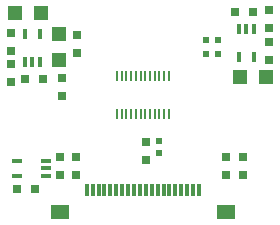
<source format=gtp>
G04*
G04 #@! TF.GenerationSoftware,Altium Limited,Altium Designer,19.1.7 (138)*
G04*
G04 Layer_Color=8421504*
%FSLAX25Y25*%
%MOIN*%
G70*
G01*
G75*
%ADD13R,0.01181X0.03937*%
%ADD14R,0.06496X0.05118*%
%ADD15R,0.00906X0.03622*%
%ADD16R,0.01575X0.03543*%
%ADD17R,0.03543X0.01575*%
%ADD18R,0.02756X0.02992*%
%ADD19R,0.02992X0.02756*%
%ADD20R,0.04500X0.05000*%
%ADD21R,0.05000X0.04500*%
%ADD22R,0.02362X0.02362*%
%ADD23R,0.02362X0.02362*%
D13*
X-18701Y-33366D02*
D03*
X-16732D02*
D03*
X-14764D02*
D03*
X-12795D02*
D03*
X-10827D02*
D03*
X-8858D02*
D03*
X-6890D02*
D03*
X-4921D02*
D03*
X-2953D02*
D03*
X-984D02*
D03*
X984D02*
D03*
X2953D02*
D03*
X4921D02*
D03*
X6890D02*
D03*
X8858D02*
D03*
X10827D02*
D03*
X12795D02*
D03*
X14764D02*
D03*
X16732D02*
D03*
X18701D02*
D03*
D14*
X27657Y-40846D02*
D03*
X-27657D02*
D03*
D15*
X-5512Y-8287D02*
D03*
X-3937D02*
D03*
X-2362D02*
D03*
X-8661D02*
D03*
X-7087D02*
D03*
X-787D02*
D03*
X787D02*
D03*
X2362D02*
D03*
X3937D02*
D03*
X5512D02*
D03*
X7087D02*
D03*
X8661D02*
D03*
Y4626D02*
D03*
X7087D02*
D03*
X5512D02*
D03*
X3937D02*
D03*
X2362D02*
D03*
X787D02*
D03*
X-787D02*
D03*
X-2362D02*
D03*
X-3937D02*
D03*
X-5512D02*
D03*
X-7087D02*
D03*
X-8661D02*
D03*
D16*
X-36888Y9154D02*
D03*
X-39447D02*
D03*
Y18602D02*
D03*
X-34329Y9154D02*
D03*
Y18602D02*
D03*
X34449Y20177D02*
D03*
X37008D02*
D03*
Y10728D02*
D03*
X31890Y20177D02*
D03*
Y10728D02*
D03*
D17*
X-41831Y-23720D02*
D03*
X-32382D02*
D03*
X-41831Y-28839D02*
D03*
X-32382D02*
D03*
Y-26280D02*
D03*
D18*
X36760Y25886D02*
D03*
X30760D02*
D03*
X-33122Y3347D02*
D03*
X-39122D02*
D03*
X-36075Y-33268D02*
D03*
X-42075D02*
D03*
D19*
X42126Y20327D02*
D03*
Y26327D02*
D03*
X42126Y15795D02*
D03*
Y9795D02*
D03*
X-43898Y2465D02*
D03*
Y8465D02*
D03*
X-22441Y-22591D02*
D03*
Y-28591D02*
D03*
X-43898Y12945D02*
D03*
Y18945D02*
D03*
X-27461Y-22591D02*
D03*
Y-28591D02*
D03*
X-22047Y18059D02*
D03*
Y12059D02*
D03*
X-27067Y-2358D02*
D03*
Y3642D02*
D03*
X886Y-23669D02*
D03*
Y-17669D02*
D03*
X33366Y-28689D02*
D03*
Y-22689D02*
D03*
X27559Y-28689D02*
D03*
Y-22689D02*
D03*
D20*
X32382Y4035D02*
D03*
X41043D02*
D03*
X-42520Y25591D02*
D03*
X-33858D02*
D03*
D21*
X-28051Y18307D02*
D03*
Y9646D02*
D03*
D22*
X25098Y11811D02*
D03*
X21161D02*
D03*
X25098Y16437D02*
D03*
X21161D02*
D03*
D23*
X5315Y-21260D02*
D03*
Y-17323D02*
D03*
M02*

</source>
